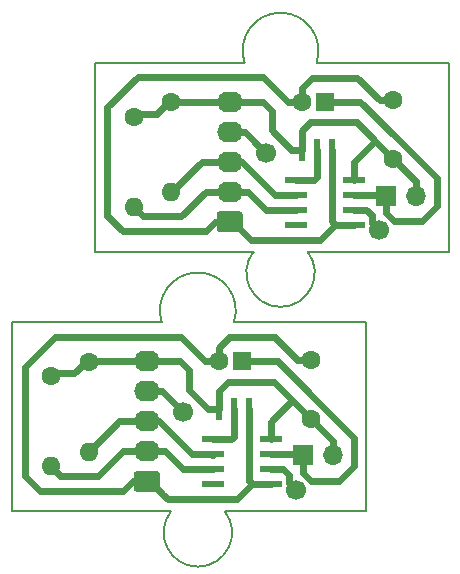
<source format=gbr>
%MOIN*%
%OFA0B0*%
%FSLAX46Y46*%
%IPPOS*%
%LPD*%
%ADD10C,0.0039370078740157488*%
%ADD11C,0.068503937007874022*%
%ADD12O,0.086614173228346469X0.068503937007874022*%
%ADD13C,0.062992125984251982*%
%ADD14O,0.062992125984251982X0.062992125984251982*%
%ADD15R,0.023622047244094488X0.074803149606299218*%
%ADD16R,0.062992125984251982X0.062992125984251982*%
%ADD17R,0.074803149606299218X0.023622047244094488*%
%ADD18O,0.066929133858267723X0.066929133858267723*%
%ADD19R,0.066929133858267723X0.066929133858267723*%
%ADD20C,0.066929133858267723*%
%ADD21C,0.023622047244094488*%
%ADD32C,0.005905511811023622*%
%ADD33C,0.0039370078740157488*%
%ADD34C,0.068503937007874022*%
%ADD35O,0.086614173228346469X0.068503937007874022*%
%ADD36C,0.062992125984251982*%
%ADD37O,0.062992125984251982X0.062992125984251982*%
%ADD38R,0.023622047244094488X0.074803149606299218*%
%ADD39R,0.062992125984251982X0.062992125984251982*%
%ADD40R,0.074803149606299218X0.023622047244094488*%
%ADD41O,0.066929133858267723X0.066929133858267723*%
%ADD42R,0.066929133858267723X0.066929133858267723*%
%ADD43C,0.066929133858267723*%
%ADD44C,0.023622047244094488*%
%ADD45C,0.005905511811023622*%
D10*
G36*
X0002124035Y0002412157D02*
G01*
X0002124991Y0002412015D01*
X0002125927Y0002411780D01*
X0002126837Y0002411455D01*
X0002127710Y0002411042D01*
X0002128539Y0002410545D01*
X0002129314Y0002409970D01*
X0002130030Y0002409321D01*
X0002130679Y0002408606D01*
X0002131254Y0002407830D01*
X0002131751Y0002407001D01*
X0002132164Y0002406128D01*
X0002132489Y0002405219D01*
X0002132724Y0002404282D01*
X0002132865Y0002403326D01*
X0002132913Y0002402362D01*
X0002132913Y0002353543D01*
X0002132865Y0002352578D01*
X0002132724Y0002351623D01*
X0002132489Y0002350686D01*
X0002132164Y0002349776D01*
X0002131751Y0002348903D01*
X0002131254Y0002348075D01*
X0002130679Y0002347299D01*
X0002130030Y0002346583D01*
X0002129314Y0002345934D01*
X0002128539Y0002345359D01*
X0002127710Y0002344862D01*
X0002126837Y0002344450D01*
X0002125927Y0002344124D01*
X0002124991Y0002343889D01*
X0002124035Y0002343748D01*
X0002123070Y0002343700D01*
X0002056141Y0002343700D01*
X0002055176Y0002343748D01*
X0002054221Y0002343889D01*
X0002053284Y0002344124D01*
X0002052375Y0002344450D01*
X0002051501Y0002344862D01*
X0002050673Y0002345359D01*
X0002049897Y0002345934D01*
X0002049182Y0002346583D01*
X0002048533Y0002347299D01*
X0002047957Y0002348075D01*
X0002047461Y0002348903D01*
X0002047048Y0002349776D01*
X0002046723Y0002350686D01*
X0002046488Y0002351623D01*
X0002046346Y0002352578D01*
X0002046299Y0002353543D01*
X0002046299Y0002402362D01*
X0002046346Y0002403326D01*
X0002046488Y0002404282D01*
X0002046723Y0002405219D01*
X0002047048Y0002406128D01*
X0002047461Y0002407001D01*
X0002047957Y0002407830D01*
X0002048533Y0002408606D01*
X0002049182Y0002409321D01*
X0002049897Y0002409970D01*
X0002050673Y0002410545D01*
X0002051501Y0002411042D01*
X0002052375Y0002411455D01*
X0002053284Y0002411780D01*
X0002054221Y0002412015D01*
X0002055176Y0002412157D01*
X0002056141Y0002412204D01*
X0002123070Y0002412204D01*
X0002124035Y0002412157D01*
X0002124035Y0002412157D01*
G37*
D11*
X0002089606Y0002377952D03*
D12*
X0002089606Y0002477952D03*
X0002089606Y0002577952D03*
X0002089606Y0002677952D03*
X0002089606Y0002777952D03*
D13*
X0001769842Y0002728110D03*
D14*
X0001769842Y0002428110D03*
D15*
X0002329606Y0002617952D03*
X0002379606Y0002617952D03*
X0002429606Y0002617952D03*
D13*
X0002329606Y0002777952D03*
D16*
X0002408346Y0002777952D03*
D13*
X0002635196Y0002783385D03*
X0002635196Y0002586535D03*
D17*
X0002309606Y0002517952D03*
X0002309606Y0002467952D03*
X0002309606Y0002417952D03*
X0002309606Y0002367952D03*
X0002502913Y0002367952D03*
X0002502913Y0002417952D03*
X0002502913Y0002467952D03*
X0002502913Y0002517952D03*
D18*
X0002709606Y0002464488D03*
D19*
X0002609606Y0002464488D03*
D14*
X0001895826Y0002476535D03*
D13*
X0001895826Y0002776535D03*
D20*
X0002587625Y0002348649D03*
X0002209606Y0002607952D03*
D21*
X0002709606Y0002512125D02*
X0002635196Y0002586535D01*
X0002709606Y0002464488D02*
X0002709606Y0002512125D01*
X0002329606Y0002678976D02*
X0002359291Y0002708661D01*
X0002329606Y0002617952D02*
X0002329606Y0002678976D01*
X0002359291Y0002708661D02*
X0002513070Y0002708661D01*
X0002502913Y0002577322D02*
X0002573661Y0002648070D01*
X0002502913Y0002517952D02*
X0002502913Y0002577322D01*
X0002513070Y0002708661D02*
X0002573661Y0002648070D01*
X0002573661Y0002648070D02*
X0002635196Y0002586535D01*
X0001847401Y0002738110D02*
X0001895826Y0002786535D01*
X0001769842Y0002738110D02*
X0001847401Y0002738110D01*
X0002294173Y0002617952D02*
X0002229606Y0002682519D01*
X0002329606Y0002617952D02*
X0002294173Y0002617952D01*
X0002229606Y0002682519D02*
X0002229606Y0002747952D01*
X0002199606Y0002777952D02*
X0002089606Y0002777952D01*
X0002229606Y0002747952D02*
X0002199606Y0002777952D01*
X0001897244Y0002777952D02*
X0001895826Y0002776535D01*
X0002089606Y0002777952D02*
X0001897244Y0002777952D01*
X0002441889Y0002367952D02*
X0002429606Y0002380236D01*
X0002502913Y0002367952D02*
X0002441889Y0002367952D01*
X0002429606Y0002557952D02*
X0002429606Y0002617952D01*
X0002429606Y0002380236D02*
X0002429606Y0002557952D01*
X0002590654Y0002783385D02*
X0002516087Y0002857952D01*
X0002635196Y0002783385D02*
X0002590654Y0002783385D01*
X0002329606Y0002822494D02*
X0002329606Y0002777952D01*
X0002365064Y0002857952D02*
X0002329606Y0002822494D01*
X0002516087Y0002857952D02*
X0002365064Y0002857952D01*
X0002145039Y0002332519D02*
X0002099606Y0002377952D01*
X0002159606Y0002317952D02*
X0002145039Y0002332519D01*
X0002389606Y0002317952D02*
X0002159606Y0002317952D01*
X0002441889Y0002367952D02*
X0002439606Y0002367952D01*
X0002439606Y0002367952D02*
X0002389606Y0002317952D01*
X0002285064Y0002777952D02*
X0002202464Y0002860552D01*
X0002329606Y0002777952D02*
X0002285064Y0002777952D01*
X0002202464Y0002860552D02*
X0001784406Y0002860552D01*
X0001784406Y0002860552D02*
X0001682406Y0002758552D01*
X0001682406Y0002758552D02*
X0001682406Y0002396952D01*
X0001682406Y0002396952D02*
X0001733406Y0002345952D01*
X0002042362Y0002377952D02*
X0002089606Y0002377952D01*
X0002010362Y0002345952D02*
X0002042362Y0002377952D01*
X0001733406Y0002345952D02*
X0002010362Y0002345952D01*
X0002606141Y0002467952D02*
X0002609606Y0002464488D01*
X0002502913Y0002467952D02*
X0002606141Y0002467952D01*
X0002609606Y0002407401D02*
X0002609606Y0002464488D01*
X0002637480Y0002379527D02*
X0002609606Y0002407401D01*
X0002463464Y0002777952D02*
X0002408346Y0002777952D01*
X0002525354Y0002777952D02*
X0002463464Y0002777952D01*
X0002691181Y0002379527D02*
X0002637480Y0002379527D01*
X0002691181Y0002379527D02*
X0002731181Y0002379527D01*
X0002731181Y0002379527D02*
X0002780708Y0002429055D01*
X0002780708Y0002522598D02*
X0002637283Y0002666023D01*
X0002780708Y0002429055D02*
X0002780708Y0002522598D01*
X0002637283Y0002666023D02*
X0002525354Y0002777952D01*
X0002149606Y0002477952D02*
X0002099606Y0002477952D01*
X0002309606Y0002417952D02*
X0002209606Y0002417952D01*
X0002209606Y0002417952D02*
X0002149606Y0002477952D01*
X0001801338Y0002396614D02*
X0001928267Y0002396614D01*
X0001769842Y0002428110D02*
X0001801338Y0002396614D01*
X0002009606Y0002477952D02*
X0002089606Y0002477952D01*
X0001928267Y0002396614D02*
X0002009606Y0002477952D01*
X0002309212Y0002467559D02*
X0002309606Y0002467952D01*
X0002308188Y0002466535D02*
X0002309606Y0002467952D01*
X0002099606Y0002577952D02*
X0002129606Y0002577952D01*
X0002239606Y0002467952D02*
X0002309606Y0002467952D01*
X0002129606Y0002577952D02*
X0002239606Y0002467952D01*
X0001895826Y0002476535D02*
X0001997244Y0002577952D01*
X0001997244Y0002577952D02*
X0002089606Y0002577952D01*
X0002502913Y0002417952D02*
X0002544645Y0002417952D01*
X0002544645Y0002417952D02*
X0002563937Y0002398661D01*
X0002563937Y0002398661D02*
X0002563937Y0002372338D01*
X0002563937Y0002372338D02*
X0002587625Y0002348649D01*
X0002176141Y0002641417D02*
X0002209606Y0002607952D01*
X0002139606Y0002677952D02*
X0002209606Y0002607952D01*
X0002089606Y0002677952D02*
X0002139606Y0002677952D01*
X0002370629Y0002517952D02*
X0002309606Y0002517952D01*
X0002379606Y0002526929D02*
X0002370629Y0002517952D01*
X0002379606Y0002617952D02*
X0002379606Y0002526929D01*
G04 next file*
G04 #@! TF.GenerationSoftware,KiCad,Pcbnew,(5.1.2)-2*
G04 #@! TF.CreationDate,2019-06-15T17:22:33+01:00*
G04 #@! TF.ProjectId,AS5600-breakout,41533536-3030-42d6-9272-65616b6f7574,rev?*
G04 #@! TF.SameCoordinates,Original*
G04 #@! TF.FileFunction,Profile,NP*
G04 Gerber Fmt 4.6, Leading zero omitted, Abs format (unit mm)*
G04 Created by KiCad (PCBNEW (5.1.2)-2) date 2019-06-15 17:22:33*
G04 APERTURE LIST*
G04 APERTURE END LIST*
D32*
X0002379606Y0002907952D02*
X0002819606Y0002907952D01*
X0002139498Y0002908278D02*
X0001639606Y0002907952D01*
X0002139498Y0002908278D02*
G75*
G02X0002379606Y0002907952I0000120108J0000039674D01*
G01*
X0002349606Y0002277952D02*
G75*
G02X0002169606Y0002277952I-0000089999J-0000069999D01*
G01*
X0002149606Y0002277952D02*
X0002139606Y0002277952D01*
X0002149606Y0002277952D02*
X0002169606Y0002277952D01*
X0001639606Y0002277952D02*
X0001639606Y0002907952D01*
X0002139606Y0002277952D02*
X0001639606Y0002277952D01*
X0002819606Y0002277952D02*
X0002349606Y0002277952D01*
X0002819606Y0002907952D02*
X0002819606Y0002277952D01*
G04 next file*
G04 #@! TF.GenerationSoftware,KiCad,Pcbnew,(5.1.2)-2*
G04 #@! TF.CreationDate,2019-06-15T15:38:31+01:00*
G04 #@! TF.ProjectId,AS5600-breakout,41533536-3030-42d6-9272-65616b6f7574,rev?*
G04 #@! TF.SameCoordinates,Original*
G04 #@! TF.FileFunction,Copper,L2,Bot*
G04 #@! TF.FilePolarity,Positive*
G04 Gerber Fmt 4.6, Leading zero omitted, Abs format (unit mm)*
G04 Created by KiCad (PCBNEW (5.1.2)-2) date 2019-06-15 15:38:31*
G04 APERTURE LIST*
G04 APERTURE END LIST*
D33*
G36*
X0001848445Y0001546015D02*
G01*
X0001849400Y0001545873D01*
X0001850337Y0001545639D01*
X0001851246Y0001545313D01*
X0001852120Y0001544900D01*
X0001852948Y0001544404D01*
X0001853724Y0001543828D01*
X0001854440Y0001543180D01*
X0001855088Y0001542464D01*
X0001855664Y0001541688D01*
X0001856160Y0001540860D01*
X0001856573Y0001539987D01*
X0001856898Y0001539077D01*
X0001857133Y0001538140D01*
X0001857275Y0001537185D01*
X0001857322Y0001536220D01*
X0001857322Y0001487401D01*
X0001857275Y0001486436D01*
X0001857133Y0001485481D01*
X0001856898Y0001484544D01*
X0001856573Y0001483635D01*
X0001856160Y0001482761D01*
X0001855664Y0001481933D01*
X0001855088Y0001481157D01*
X0001854440Y0001480441D01*
X0001853724Y0001479793D01*
X0001852948Y0001479217D01*
X0001852120Y0001478721D01*
X0001851246Y0001478308D01*
X0001850337Y0001477982D01*
X0001849400Y0001477748D01*
X0001848445Y0001477606D01*
X0001847480Y0001477559D01*
X0001780551Y0001477559D01*
X0001779586Y0001477606D01*
X0001778630Y0001477748D01*
X0001777694Y0001477982D01*
X0001776784Y0001478308D01*
X0001775911Y0001478721D01*
X0001775082Y0001479217D01*
X0001774307Y0001479793D01*
X0001773591Y0001480441D01*
X0001772942Y0001481157D01*
X0001772367Y0001481933D01*
X0001771870Y0001482761D01*
X0001771457Y0001483635D01*
X0001771132Y0001484544D01*
X0001770897Y0001485481D01*
X0001770756Y0001486436D01*
X0001770708Y0001487401D01*
X0001770708Y0001536220D01*
X0001770756Y0001537185D01*
X0001770897Y0001538140D01*
X0001771132Y0001539077D01*
X0001771457Y0001539987D01*
X0001771870Y0001540860D01*
X0001772367Y0001541688D01*
X0001772942Y0001542464D01*
X0001773591Y0001543180D01*
X0001774307Y0001543828D01*
X0001775082Y0001544404D01*
X0001775911Y0001544900D01*
X0001776784Y0001545313D01*
X0001777694Y0001545639D01*
X0001778630Y0001545873D01*
X0001779586Y0001546015D01*
X0001780551Y0001546062D01*
X0001847480Y0001546062D01*
X0001848445Y0001546015D01*
X0001848445Y0001546015D01*
G37*
D34*
X0001814015Y0001511811D03*
D35*
X0001814015Y0001611811D03*
X0001814015Y0001711811D03*
X0001814015Y0001811810D03*
X0001814015Y0001911811D03*
D36*
X0001494251Y0001861968D03*
D37*
X0001494251Y0001561968D03*
D38*
X0002054015Y0001751810D03*
X0002104015Y0001751810D03*
X0002154015Y0001751810D03*
D36*
X0002054015Y0001911811D03*
D39*
X0002132755Y0001911811D03*
D36*
X0002359606Y0001917244D03*
X0002359606Y0001720393D03*
D40*
X0002034015Y0001651811D03*
X0002034015Y0001601811D03*
X0002034015Y0001551811D03*
X0002034015Y0001501811D03*
X0002227322Y0001501811D03*
X0002227322Y0001551811D03*
X0002227322Y0001601811D03*
X0002227322Y0001651811D03*
D41*
X0002434015Y0001598346D03*
D42*
X0002334015Y0001598346D03*
D37*
X0001620236Y0001610393D03*
D36*
X0001620236Y0001910393D03*
D43*
X0002312035Y0001482507D03*
X0001934015Y0001741811D03*
D44*
X0002434015Y0001645984D02*
X0002359606Y0001720393D01*
X0002434015Y0001598346D02*
X0002434015Y0001645984D01*
X0002054015Y0001812834D02*
X0002083700Y0001842519D01*
X0002054015Y0001751810D02*
X0002054015Y0001812834D01*
X0002083700Y0001842519D02*
X0002237480Y0001842519D01*
X0002227322Y0001711181D02*
X0002298070Y0001781929D01*
X0002227322Y0001651811D02*
X0002227322Y0001711181D01*
X0002237480Y0001842519D02*
X0002298070Y0001781929D01*
X0002298070Y0001781929D02*
X0002359606Y0001720393D01*
X0001571811Y0001871968D02*
X0001620236Y0001920393D01*
X0001494251Y0001871968D02*
X0001571811Y0001871968D01*
X0002018582Y0001751810D02*
X0001954015Y0001816377D01*
X0002054015Y0001751810D02*
X0002018582Y0001751810D01*
X0001954015Y0001816377D02*
X0001954015Y0001881811D01*
X0001924015Y0001911811D02*
X0001814015Y0001911811D01*
X0001954015Y0001881811D02*
X0001924015Y0001911811D01*
X0001621653Y0001911811D02*
X0001620236Y0001910393D01*
X0001814015Y0001911811D02*
X0001621653Y0001911811D01*
X0002166299Y0001501811D02*
X0002154015Y0001514094D01*
X0002227322Y0001501811D02*
X0002166299Y0001501811D01*
X0002154015Y0001691810D02*
X0002154015Y0001751810D01*
X0002154015Y0001514094D02*
X0002154015Y0001691810D01*
X0002315064Y0001917244D02*
X0002240497Y0001991811D01*
X0002359606Y0001917244D02*
X0002315064Y0001917244D01*
X0002054015Y0001956353D02*
X0002054015Y0001911811D01*
X0002089473Y0001991811D02*
X0002054015Y0001956353D01*
X0002240497Y0001991811D02*
X0002089473Y0001991811D01*
X0001869448Y0001466377D02*
X0001824015Y0001511811D01*
X0001884015Y0001451811D02*
X0001869448Y0001466377D01*
X0002114015Y0001451811D02*
X0001884015Y0001451811D01*
X0002166299Y0001501811D02*
X0002164015Y0001501811D01*
X0002164015Y0001501811D02*
X0002114015Y0001451811D01*
X0002009473Y0001911811D02*
X0001926873Y0001994411D01*
X0002054015Y0001911811D02*
X0002009473Y0001911811D01*
X0001926873Y0001994411D02*
X0001508815Y0001994411D01*
X0001508815Y0001994411D02*
X0001406815Y0001892411D01*
X0001406815Y0001892411D02*
X0001406815Y0001530811D01*
X0001406815Y0001530811D02*
X0001457815Y0001479810D01*
X0001766771Y0001511811D02*
X0001814015Y0001511811D01*
X0001734771Y0001479810D02*
X0001766771Y0001511811D01*
X0001457815Y0001479810D02*
X0001734771Y0001479810D01*
X0002330551Y0001601811D02*
X0002334015Y0001598346D01*
X0002227322Y0001601811D02*
X0002330551Y0001601811D01*
X0002334015Y0001541259D02*
X0002334015Y0001598346D01*
X0002361889Y0001513385D02*
X0002334015Y0001541259D01*
X0002187874Y0001911811D02*
X0002132755Y0001911811D01*
X0002249763Y0001911811D02*
X0002187874Y0001911811D01*
X0002415590Y0001513385D02*
X0002361889Y0001513385D01*
X0002415590Y0001513385D02*
X0002455590Y0001513385D01*
X0002455590Y0001513385D02*
X0002505118Y0001562913D01*
X0002505118Y0001656456D02*
X0002361692Y0001799881D01*
X0002505118Y0001562913D02*
X0002505118Y0001656456D01*
X0002361692Y0001799881D02*
X0002249763Y0001911811D01*
X0001874015Y0001611811D02*
X0001824015Y0001611811D01*
X0002034015Y0001551811D02*
X0001934015Y0001551811D01*
X0001934015Y0001551811D02*
X0001874015Y0001611811D01*
X0001525747Y0001530472D02*
X0001652677Y0001530472D01*
X0001494251Y0001561968D02*
X0001525747Y0001530472D01*
X0001734015Y0001611811D02*
X0001814015Y0001611811D01*
X0001652677Y0001530472D02*
X0001734015Y0001611811D01*
X0002033622Y0001601417D02*
X0002034015Y0001601811D01*
X0002032598Y0001600393D02*
X0002034015Y0001601811D01*
X0001824015Y0001711811D02*
X0001854015Y0001711811D01*
X0001964015Y0001601811D02*
X0002034015Y0001601811D01*
X0001854015Y0001711811D02*
X0001964015Y0001601811D01*
X0001620236Y0001610393D02*
X0001721653Y0001711811D01*
X0001721653Y0001711811D02*
X0001814015Y0001711811D01*
X0002227322Y0001551811D02*
X0002269055Y0001551811D01*
X0002269055Y0001551811D02*
X0002288346Y0001532519D01*
X0002288346Y0001532519D02*
X0002288346Y0001506196D01*
X0002288346Y0001506196D02*
X0002312035Y0001482507D01*
X0001900551Y0001775275D02*
X0001934015Y0001741811D01*
X0001864015Y0001811810D02*
X0001934015Y0001741811D01*
X0001814015Y0001811810D02*
X0001864015Y0001811810D01*
X0002095039Y0001651811D02*
X0002034015Y0001651811D01*
X0002104015Y0001660787D02*
X0002095039Y0001651811D01*
X0002104015Y0001751810D02*
X0002104015Y0001660787D01*
G04 next file*
G04 #@! TF.GenerationSoftware,KiCad,Pcbnew,(5.1.2)-2*
G04 #@! TF.CreationDate,2019-06-15T17:22:33+01:00*
G04 #@! TF.ProjectId,AS5600-breakout,41533536-3030-42d6-9272-65616b6f7574,rev?*
G04 #@! TF.SameCoordinates,Original*
G04 #@! TF.FileFunction,Profile,NP*
G04 Gerber Fmt 4.6, Leading zero omitted, Abs format (unit mm)*
G04 Created by KiCad (PCBNEW (5.1.2)-2) date 2019-06-15 17:22:33*
G04 APERTURE LIST*
G04 APERTURE END LIST*
D45*
X0002104015Y0002041811D02*
X0002544015Y0002041810D01*
X0001863907Y0002042136D02*
X0001364015Y0002041810D01*
X0001863907Y0002042136D02*
G75*
G02X0002104015Y0002041811I0000120108J0000039674D01*
G01*
X0002074015Y0001411810D02*
G75*
G02X0001894015Y0001411810I-0000089999J-0000069999D01*
G01*
X0001874015Y0001411811D02*
X0001864015Y0001411811D01*
X0001874015Y0001411811D02*
X0001894015Y0001411811D01*
X0001364015Y0001411811D02*
X0001364015Y0002041810D01*
X0001864015Y0001411811D02*
X0001364015Y0001411811D01*
X0002544015Y0001411811D02*
X0002074015Y0001411810D01*
X0002544015Y0002041810D02*
X0002544015Y0001411811D01*
M02*
</source>
